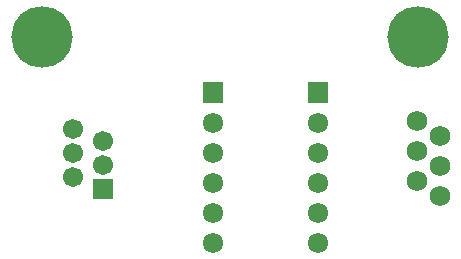
<source format=gbs>
G04 Layer: BottomSolderMaskLayer*
G04 EasyEDA v6.4.31, 2022-02-08 20:51:16*
G04 aca76a114d3d40dd8edb9042e3354b56,7b35ab87edb5478c89a92b32cd25319b,10*
G04 Gerber Generator version 0.2*
G04 Scale: 100 percent, Rotated: No, Reflected: No *
G04 Dimensions in millimeters *
G04 leading zeros omitted , absolute positions ,4 integer and 5 decimal *
%FSLAX45Y45*%
%MOMM*%

%ADD20C,5.2032*%
%ADD21C,1.7016*%
%ADD22R,1.7016X1.7016*%
%ADD24C,1.7232*%
%ADD25C,1.7272*%

%LPD*%
D20*
G01*
X1357960Y5564022D03*
G01*
X4545965Y5564022D03*
D21*
G01*
X1625600Y4584877D03*
G01*
X1879600Y4482896D03*
G01*
X1625600Y4380890D03*
D22*
G01*
X1879600Y4278884D03*
D21*
G01*
X1625600Y4788890D03*
G01*
X1879600Y4686884D03*
G36*
X3609593Y5006594D02*
G01*
X3609593Y5178805D01*
X3781806Y5178805D01*
X3781806Y5006594D01*
G37*
D24*
G01*
X3695700Y4838700D03*
G01*
X3695700Y4584700D03*
G01*
X3695700Y4330700D03*
G01*
X3695700Y4076700D03*
G01*
X3695700Y3822700D03*
G36*
X2720593Y5006594D02*
G01*
X2720593Y5178805D01*
X2892806Y5178805D01*
X2892806Y5006594D01*
G37*
G01*
X2806700Y4838700D03*
G01*
X2806700Y4584700D03*
G01*
X2806700Y4330700D03*
G01*
X2806700Y4076700D03*
G01*
X2806700Y3822700D03*
D25*
G01*
X4728794Y4470374D03*
G01*
X4728794Y4216374D03*
G01*
X4533798Y4343374D03*
G01*
X4533798Y4597374D03*
G01*
X4728794Y4724374D03*
G01*
X4533798Y4851374D03*
M02*

</source>
